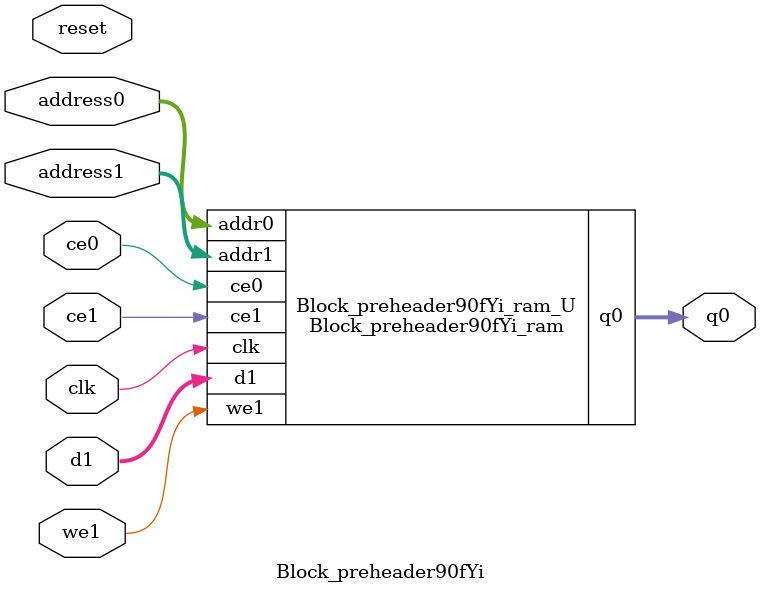
<source format=v>
`timescale 1 ns / 1 ps
module Block_preheader90fYi_ram (addr0, ce0, q0, addr1, ce1, d1, we1,  clk);

parameter DWIDTH = 8;
parameter AWIDTH = 9;
parameter MEM_SIZE = 322;

input[AWIDTH-1:0] addr0;
input ce0;
output reg[DWIDTH-1:0] q0;
input[AWIDTH-1:0] addr1;
input ce1;
input[DWIDTH-1:0] d1;
input we1;
input clk;

(* ram_style = "block" *)reg [DWIDTH-1:0] ram[0:MEM_SIZE-1];




always @(posedge clk)  
begin 
    if (ce0) begin
        q0 <= ram[addr0];
    end
end


always @(posedge clk)  
begin 
    if (ce1) begin
        if (we1) 
            ram[addr1] <= d1; 
    end
end


endmodule

`timescale 1 ns / 1 ps
module Block_preheader90fYi(
    reset,
    clk,
    address0,
    ce0,
    q0,
    address1,
    ce1,
    we1,
    d1);

parameter DataWidth = 32'd8;
parameter AddressRange = 32'd322;
parameter AddressWidth = 32'd9;
input reset;
input clk;
input[AddressWidth - 1:0] address0;
input ce0;
output[DataWidth - 1:0] q0;
input[AddressWidth - 1:0] address1;
input ce1;
input we1;
input[DataWidth - 1:0] d1;



Block_preheader90fYi_ram Block_preheader90fYi_ram_U(
    .clk( clk ),
    .addr0( address0 ),
    .ce0( ce0 ),
    .q0( q0 ),
    .addr1( address1 ),
    .ce1( ce1 ),
    .we1( we1 ),
    .d1( d1 ));

endmodule


</source>
